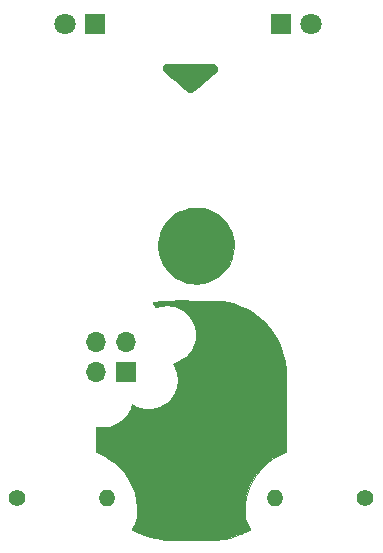
<source format=gtl>
G04 #@! TF.FileFunction,Copper,L1,Top,Signal*
%FSLAX46Y46*%
G04 Gerber Fmt 4.6, Leading zero omitted, Abs format (unit mm)*
G04 Created by KiCad (PCBNEW 4.0.7) date Thursday, July 26, 2018 'AMt' 11:31:36 AM*
%MOMM*%
%LPD*%
G01*
G04 APERTURE LIST*
%ADD10C,0.100000*%
%ADD11C,0.010000*%
%ADD12R,1.800000X1.800000*%
%ADD13C,1.800000*%
%ADD14C,1.400000*%
%ADD15O,1.400000X1.400000*%
%ADD16R,1.700000X1.700000*%
%ADD17O,1.700000X1.700000*%
G04 APERTURE END LIST*
D10*
D11*
G36*
X149089186Y-84212689D02*
X149413917Y-84212903D01*
X149694586Y-84213354D01*
X149934591Y-84214113D01*
X150137324Y-84215249D01*
X150306183Y-84216834D01*
X150444561Y-84218938D01*
X150555855Y-84221631D01*
X150643458Y-84224985D01*
X150710767Y-84229071D01*
X150761175Y-84233957D01*
X150798079Y-84239717D01*
X150824873Y-84246419D01*
X150844953Y-84254135D01*
X150850929Y-84257040D01*
X150952827Y-84334066D01*
X151021027Y-84437417D01*
X151051509Y-84555107D01*
X151040253Y-84675147D01*
X151013170Y-84740847D01*
X150984819Y-84773647D01*
X150921799Y-84835021D01*
X150828614Y-84921120D01*
X150709768Y-85028092D01*
X150569764Y-85152087D01*
X150413106Y-85289256D01*
X150244298Y-85435748D01*
X150067842Y-85587712D01*
X149888243Y-85741300D01*
X149710005Y-85892660D01*
X149537630Y-86037942D01*
X149375623Y-86173296D01*
X149228487Y-86294872D01*
X149100726Y-86398820D01*
X148996844Y-86481290D01*
X148921344Y-86538430D01*
X148878729Y-86566392D01*
X148876726Y-86567318D01*
X148756568Y-86598634D01*
X148645481Y-86589362D01*
X148598416Y-86569813D01*
X148568989Y-86547836D01*
X148504645Y-86496027D01*
X148409165Y-86417543D01*
X148286329Y-86315540D01*
X148139919Y-86193172D01*
X147973718Y-86053596D01*
X147791505Y-85899967D01*
X147597063Y-85735442D01*
X147500644Y-85653652D01*
X147266508Y-85454692D01*
X147068257Y-85285515D01*
X146902909Y-85143111D01*
X146767485Y-85024470D01*
X146659005Y-84926582D01*
X146574487Y-84846439D01*
X146510952Y-84781029D01*
X146465419Y-84727344D01*
X146434907Y-84682374D01*
X146416437Y-84643108D01*
X146407028Y-84606538D01*
X146403699Y-84569654D01*
X146403382Y-84545598D01*
X146424679Y-84455163D01*
X146480559Y-84361473D01*
X146559361Y-84282423D01*
X146587388Y-84263219D01*
X146603579Y-84254072D01*
X146622401Y-84246101D01*
X146647262Y-84239225D01*
X146681568Y-84233363D01*
X146728726Y-84228433D01*
X146792142Y-84224355D01*
X146875224Y-84221048D01*
X146981378Y-84218432D01*
X147114011Y-84216424D01*
X147276529Y-84214945D01*
X147472340Y-84213913D01*
X147704849Y-84213248D01*
X147977464Y-84212868D01*
X148293591Y-84212693D01*
X148656637Y-84212642D01*
X148717000Y-84212640D01*
X149089186Y-84212689D01*
X149089186Y-84212689D01*
G37*
X149089186Y-84212689D02*
X149413917Y-84212903D01*
X149694586Y-84213354D01*
X149934591Y-84214113D01*
X150137324Y-84215249D01*
X150306183Y-84216834D01*
X150444561Y-84218938D01*
X150555855Y-84221631D01*
X150643458Y-84224985D01*
X150710767Y-84229071D01*
X150761175Y-84233957D01*
X150798079Y-84239717D01*
X150824873Y-84246419D01*
X150844953Y-84254135D01*
X150850929Y-84257040D01*
X150952827Y-84334066D01*
X151021027Y-84437417D01*
X151051509Y-84555107D01*
X151040253Y-84675147D01*
X151013170Y-84740847D01*
X150984819Y-84773647D01*
X150921799Y-84835021D01*
X150828614Y-84921120D01*
X150709768Y-85028092D01*
X150569764Y-85152087D01*
X150413106Y-85289256D01*
X150244298Y-85435748D01*
X150067842Y-85587712D01*
X149888243Y-85741300D01*
X149710005Y-85892660D01*
X149537630Y-86037942D01*
X149375623Y-86173296D01*
X149228487Y-86294872D01*
X149100726Y-86398820D01*
X148996844Y-86481290D01*
X148921344Y-86538430D01*
X148878729Y-86566392D01*
X148876726Y-86567318D01*
X148756568Y-86598634D01*
X148645481Y-86589362D01*
X148598416Y-86569813D01*
X148568989Y-86547836D01*
X148504645Y-86496027D01*
X148409165Y-86417543D01*
X148286329Y-86315540D01*
X148139919Y-86193172D01*
X147973718Y-86053596D01*
X147791505Y-85899967D01*
X147597063Y-85735442D01*
X147500644Y-85653652D01*
X147266508Y-85454692D01*
X147068257Y-85285515D01*
X146902909Y-85143111D01*
X146767485Y-85024470D01*
X146659005Y-84926582D01*
X146574487Y-84846439D01*
X146510952Y-84781029D01*
X146465419Y-84727344D01*
X146434907Y-84682374D01*
X146416437Y-84643108D01*
X146407028Y-84606538D01*
X146403699Y-84569654D01*
X146403382Y-84545598D01*
X146424679Y-84455163D01*
X146480559Y-84361473D01*
X146559361Y-84282423D01*
X146587388Y-84263219D01*
X146603579Y-84254072D01*
X146622401Y-84246101D01*
X146647262Y-84239225D01*
X146681568Y-84233363D01*
X146728726Y-84228433D01*
X146792142Y-84224355D01*
X146875224Y-84221048D01*
X146981378Y-84218432D01*
X147114011Y-84216424D01*
X147276529Y-84214945D01*
X147472340Y-84213913D01*
X147704849Y-84213248D01*
X147977464Y-84212868D01*
X148293591Y-84212693D01*
X148656637Y-84212642D01*
X148717000Y-84212640D01*
X149089186Y-84212689D01*
G36*
X148374954Y-104223270D02*
X148826950Y-104224598D01*
X148970937Y-104225158D01*
X149360604Y-104226785D01*
X149703016Y-104228342D01*
X150001768Y-104229918D01*
X150260457Y-104231604D01*
X150482677Y-104233491D01*
X150672024Y-104235669D01*
X150832094Y-104238228D01*
X150966483Y-104241260D01*
X151078785Y-104244854D01*
X151172596Y-104249102D01*
X151251513Y-104254093D01*
X151319130Y-104259918D01*
X151379042Y-104266668D01*
X151434847Y-104274433D01*
X151490138Y-104283304D01*
X151526192Y-104289478D01*
X151952079Y-104373814D01*
X152342581Y-104474172D01*
X152711851Y-104595083D01*
X153074037Y-104741077D01*
X153369535Y-104879641D01*
X153862865Y-105149740D01*
X154317790Y-105452045D01*
X154736672Y-105788369D01*
X155121874Y-106160525D01*
X155308490Y-106367458D01*
X155663221Y-106815183D01*
X155971164Y-107280581D01*
X156233296Y-107765803D01*
X156450593Y-108272999D01*
X156624035Y-108804317D01*
X156754597Y-109361907D01*
X156805433Y-109660050D01*
X156811645Y-109704934D01*
X156817273Y-109754537D01*
X156822355Y-109811536D01*
X156826928Y-109878613D01*
X156831029Y-109958446D01*
X156834695Y-110053714D01*
X156837964Y-110167099D01*
X156840873Y-110301278D01*
X156843459Y-110458932D01*
X156845759Y-110642740D01*
X156847811Y-110855381D01*
X156849652Y-111099536D01*
X156851319Y-111377883D01*
X156852850Y-111693102D01*
X156854281Y-112047873D01*
X156855650Y-112444874D01*
X156856994Y-112886786D01*
X156858350Y-113376289D01*
X156858649Y-113489010D01*
X156867986Y-117025578D01*
X156745988Y-117071088D01*
X156620592Y-117123606D01*
X156465605Y-117197292D01*
X156293890Y-117285321D01*
X156118307Y-117380869D01*
X155951717Y-117477110D01*
X155806984Y-117567219D01*
X155790338Y-117578198D01*
X155370366Y-117886699D01*
X154985072Y-118229407D01*
X154636139Y-118603227D01*
X154325252Y-119005064D01*
X154054093Y-119431822D01*
X153824348Y-119880407D01*
X153637699Y-120347724D01*
X153495831Y-120830676D01*
X153400427Y-121326170D01*
X153353171Y-121831109D01*
X153348067Y-122067658D01*
X153349396Y-122238533D01*
X153353584Y-122370493D01*
X153361698Y-122475444D01*
X153374805Y-122565290D01*
X153393973Y-122651936D01*
X153403806Y-122689208D01*
X153466632Y-122878654D01*
X153551071Y-123075504D01*
X153648207Y-123261188D01*
X153749123Y-123417136D01*
X153760749Y-123432561D01*
X153816567Y-123511119D01*
X153839596Y-123560642D01*
X153832989Y-123588070D01*
X153831862Y-123589047D01*
X153781969Y-123621826D01*
X153695334Y-123670479D01*
X153581661Y-123730175D01*
X153450652Y-123796085D01*
X153312012Y-123863377D01*
X153175444Y-123927221D01*
X153050650Y-123982788D01*
X152988154Y-124009049D01*
X152559854Y-124168423D01*
X152138461Y-124292457D01*
X151703456Y-124386705D01*
X151429625Y-124430946D01*
X151365122Y-124439929D01*
X151302501Y-124447810D01*
X151238150Y-124454655D01*
X151168459Y-124460530D01*
X151089816Y-124465502D01*
X150998609Y-124469637D01*
X150891228Y-124473002D01*
X150764059Y-124475663D01*
X150613492Y-124477686D01*
X150435916Y-124479139D01*
X150227719Y-124480087D01*
X149985289Y-124480597D01*
X149705015Y-124480736D01*
X149383285Y-124480570D01*
X149016488Y-124480164D01*
X148772668Y-124479833D01*
X148431505Y-124479097D01*
X148102038Y-124477892D01*
X147788205Y-124476261D01*
X147493941Y-124474247D01*
X147223184Y-124471893D01*
X146979869Y-124469240D01*
X146767934Y-124466333D01*
X146591314Y-124463214D01*
X146453947Y-124459924D01*
X146359769Y-124456507D01*
X146313980Y-124453195D01*
X145797032Y-124363997D01*
X145314653Y-124246526D01*
X144857240Y-124097696D01*
X144415187Y-123914425D01*
X144021780Y-123717074D01*
X143923730Y-123663621D01*
X143843835Y-123619541D01*
X143791690Y-123590161D01*
X143776475Y-123580897D01*
X143786495Y-123558244D01*
X143819689Y-123503248D01*
X143870215Y-123425328D01*
X143906570Y-123371267D01*
X144048496Y-123129401D01*
X144155889Y-122869491D01*
X144229123Y-122588156D01*
X144268572Y-122282011D01*
X144274610Y-121947674D01*
X144247612Y-121581761D01*
X144187951Y-121180888D01*
X144163211Y-121050641D01*
X144038676Y-120552724D01*
X143867392Y-120070968D01*
X143651778Y-119608550D01*
X143394250Y-119168648D01*
X143097226Y-118754439D01*
X142763124Y-118369101D01*
X142394360Y-118015811D01*
X141993352Y-117697748D01*
X141562517Y-117418088D01*
X141284908Y-117267111D01*
X141160598Y-117205483D01*
X141040657Y-117148222D01*
X140938563Y-117101632D01*
X140867797Y-117072012D01*
X140866582Y-117071556D01*
X140745811Y-117026515D01*
X140745811Y-114892175D01*
X140803019Y-114906479D01*
X141043079Y-114949267D01*
X141308366Y-114967130D01*
X141579839Y-114960175D01*
X141838461Y-114928508D01*
X141970692Y-114899991D01*
X142310904Y-114787323D01*
X142627275Y-114631201D01*
X142916283Y-114434134D01*
X143174408Y-114198627D01*
X143398128Y-113927187D01*
X143455579Y-113842858D01*
X143544480Y-113694145D01*
X143628428Y-113531313D01*
X143701031Y-113368568D01*
X143755900Y-113220115D01*
X143784696Y-113111226D01*
X143799003Y-113050320D01*
X143812243Y-113017856D01*
X143814836Y-113016206D01*
X143841703Y-113029512D01*
X143891622Y-113062179D01*
X143900688Y-113068569D01*
X143959688Y-113104726D01*
X144047627Y-113151885D01*
X144146861Y-113200647D01*
X144160577Y-113207033D01*
X144487008Y-113330653D01*
X144822841Y-113406262D01*
X145163089Y-113434617D01*
X145502764Y-113416480D01*
X145836880Y-113352611D01*
X146160448Y-113243769D01*
X146468483Y-113090715D01*
X146755997Y-112894208D01*
X146875741Y-112793256D01*
X147082150Y-112578796D01*
X147269719Y-112326417D01*
X147431222Y-112047707D01*
X147559434Y-111754253D01*
X147601753Y-111628954D01*
X147627481Y-111541777D01*
X147646040Y-111465908D01*
X147658613Y-111390118D01*
X147666384Y-111303178D01*
X147670535Y-111193857D01*
X147672250Y-111050928D01*
X147672578Y-110956747D01*
X147669660Y-110733783D01*
X147657919Y-110548008D01*
X147634395Y-110386098D01*
X147596128Y-110234730D01*
X147540159Y-110080580D01*
X147463528Y-109910325D01*
X147420888Y-109823655D01*
X147289027Y-109560604D01*
X147468920Y-109506457D01*
X147786683Y-109384778D01*
X148087689Y-109217592D01*
X148364808Y-109009325D01*
X148540932Y-108841282D01*
X148673801Y-108695191D01*
X148778568Y-108563043D01*
X148867177Y-108427447D01*
X148951574Y-108271010D01*
X148997033Y-108177194D01*
X149125680Y-107846385D01*
X149205153Y-107505561D01*
X149235193Y-107158617D01*
X149215538Y-106809444D01*
X149145928Y-106461938D01*
X149118269Y-106368059D01*
X148999427Y-106059435D01*
X148844560Y-105778913D01*
X148648076Y-105517341D01*
X148502498Y-105360261D01*
X148243025Y-105132381D01*
X147959130Y-104946929D01*
X147646683Y-104801555D01*
X147356714Y-104708045D01*
X147246930Y-104680916D01*
X147148318Y-104662503D01*
X147045868Y-104651224D01*
X146924568Y-104645499D01*
X146769407Y-104643746D01*
X146746212Y-104643727D01*
X146586432Y-104645043D01*
X146462535Y-104650051D01*
X146359594Y-104660337D01*
X146262684Y-104677492D01*
X146156880Y-104703102D01*
X146136002Y-104708662D01*
X146027804Y-104738296D01*
X145935156Y-104764673D01*
X145871138Y-104784019D01*
X145852456Y-104790460D01*
X145824239Y-104788063D01*
X145786610Y-104756795D01*
X145734128Y-104691046D01*
X145678762Y-104611293D01*
X145611519Y-104505398D01*
X145576702Y-104435774D01*
X145573330Y-104400354D01*
X145576870Y-104396846D01*
X145616128Y-104384086D01*
X145696289Y-104366208D01*
X145807852Y-104344820D01*
X145941318Y-104321529D01*
X146087185Y-104297942D01*
X146235952Y-104275667D01*
X146378119Y-104256312D01*
X146479245Y-104244173D01*
X146556825Y-104238434D01*
X146678258Y-104233602D01*
X146844386Y-104229669D01*
X147056053Y-104226628D01*
X147314101Y-104224475D01*
X147619372Y-104223202D01*
X147972709Y-104222802D01*
X148374954Y-104223270D01*
X148374954Y-104223270D01*
G37*
X148374954Y-104223270D02*
X148826950Y-104224598D01*
X148970937Y-104225158D01*
X149360604Y-104226785D01*
X149703016Y-104228342D01*
X150001768Y-104229918D01*
X150260457Y-104231604D01*
X150482677Y-104233491D01*
X150672024Y-104235669D01*
X150832094Y-104238228D01*
X150966483Y-104241260D01*
X151078785Y-104244854D01*
X151172596Y-104249102D01*
X151251513Y-104254093D01*
X151319130Y-104259918D01*
X151379042Y-104266668D01*
X151434847Y-104274433D01*
X151490138Y-104283304D01*
X151526192Y-104289478D01*
X151952079Y-104373814D01*
X152342581Y-104474172D01*
X152711851Y-104595083D01*
X153074037Y-104741077D01*
X153369535Y-104879641D01*
X153862865Y-105149740D01*
X154317790Y-105452045D01*
X154736672Y-105788369D01*
X155121874Y-106160525D01*
X155308490Y-106367458D01*
X155663221Y-106815183D01*
X155971164Y-107280581D01*
X156233296Y-107765803D01*
X156450593Y-108272999D01*
X156624035Y-108804317D01*
X156754597Y-109361907D01*
X156805433Y-109660050D01*
X156811645Y-109704934D01*
X156817273Y-109754537D01*
X156822355Y-109811536D01*
X156826928Y-109878613D01*
X156831029Y-109958446D01*
X156834695Y-110053714D01*
X156837964Y-110167099D01*
X156840873Y-110301278D01*
X156843459Y-110458932D01*
X156845759Y-110642740D01*
X156847811Y-110855381D01*
X156849652Y-111099536D01*
X156851319Y-111377883D01*
X156852850Y-111693102D01*
X156854281Y-112047873D01*
X156855650Y-112444874D01*
X156856994Y-112886786D01*
X156858350Y-113376289D01*
X156858649Y-113489010D01*
X156867986Y-117025578D01*
X156745988Y-117071088D01*
X156620592Y-117123606D01*
X156465605Y-117197292D01*
X156293890Y-117285321D01*
X156118307Y-117380869D01*
X155951717Y-117477110D01*
X155806984Y-117567219D01*
X155790338Y-117578198D01*
X155370366Y-117886699D01*
X154985072Y-118229407D01*
X154636139Y-118603227D01*
X154325252Y-119005064D01*
X154054093Y-119431822D01*
X153824348Y-119880407D01*
X153637699Y-120347724D01*
X153495831Y-120830676D01*
X153400427Y-121326170D01*
X153353171Y-121831109D01*
X153348067Y-122067658D01*
X153349396Y-122238533D01*
X153353584Y-122370493D01*
X153361698Y-122475444D01*
X153374805Y-122565290D01*
X153393973Y-122651936D01*
X153403806Y-122689208D01*
X153466632Y-122878654D01*
X153551071Y-123075504D01*
X153648207Y-123261188D01*
X153749123Y-123417136D01*
X153760749Y-123432561D01*
X153816567Y-123511119D01*
X153839596Y-123560642D01*
X153832989Y-123588070D01*
X153831862Y-123589047D01*
X153781969Y-123621826D01*
X153695334Y-123670479D01*
X153581661Y-123730175D01*
X153450652Y-123796085D01*
X153312012Y-123863377D01*
X153175444Y-123927221D01*
X153050650Y-123982788D01*
X152988154Y-124009049D01*
X152559854Y-124168423D01*
X152138461Y-124292457D01*
X151703456Y-124386705D01*
X151429625Y-124430946D01*
X151365122Y-124439929D01*
X151302501Y-124447810D01*
X151238150Y-124454655D01*
X151168459Y-124460530D01*
X151089816Y-124465502D01*
X150998609Y-124469637D01*
X150891228Y-124473002D01*
X150764059Y-124475663D01*
X150613492Y-124477686D01*
X150435916Y-124479139D01*
X150227719Y-124480087D01*
X149985289Y-124480597D01*
X149705015Y-124480736D01*
X149383285Y-124480570D01*
X149016488Y-124480164D01*
X148772668Y-124479833D01*
X148431505Y-124479097D01*
X148102038Y-124477892D01*
X147788205Y-124476261D01*
X147493941Y-124474247D01*
X147223184Y-124471893D01*
X146979869Y-124469240D01*
X146767934Y-124466333D01*
X146591314Y-124463214D01*
X146453947Y-124459924D01*
X146359769Y-124456507D01*
X146313980Y-124453195D01*
X145797032Y-124363997D01*
X145314653Y-124246526D01*
X144857240Y-124097696D01*
X144415187Y-123914425D01*
X144021780Y-123717074D01*
X143923730Y-123663621D01*
X143843835Y-123619541D01*
X143791690Y-123590161D01*
X143776475Y-123580897D01*
X143786495Y-123558244D01*
X143819689Y-123503248D01*
X143870215Y-123425328D01*
X143906570Y-123371267D01*
X144048496Y-123129401D01*
X144155889Y-122869491D01*
X144229123Y-122588156D01*
X144268572Y-122282011D01*
X144274610Y-121947674D01*
X144247612Y-121581761D01*
X144187951Y-121180888D01*
X144163211Y-121050641D01*
X144038676Y-120552724D01*
X143867392Y-120070968D01*
X143651778Y-119608550D01*
X143394250Y-119168648D01*
X143097226Y-118754439D01*
X142763124Y-118369101D01*
X142394360Y-118015811D01*
X141993352Y-117697748D01*
X141562517Y-117418088D01*
X141284908Y-117267111D01*
X141160598Y-117205483D01*
X141040657Y-117148222D01*
X140938563Y-117101632D01*
X140867797Y-117072012D01*
X140866582Y-117071556D01*
X140745811Y-117026515D01*
X140745811Y-114892175D01*
X140803019Y-114906479D01*
X141043079Y-114949267D01*
X141308366Y-114967130D01*
X141579839Y-114960175D01*
X141838461Y-114928508D01*
X141970692Y-114899991D01*
X142310904Y-114787323D01*
X142627275Y-114631201D01*
X142916283Y-114434134D01*
X143174408Y-114198627D01*
X143398128Y-113927187D01*
X143455579Y-113842858D01*
X143544480Y-113694145D01*
X143628428Y-113531313D01*
X143701031Y-113368568D01*
X143755900Y-113220115D01*
X143784696Y-113111226D01*
X143799003Y-113050320D01*
X143812243Y-113017856D01*
X143814836Y-113016206D01*
X143841703Y-113029512D01*
X143891622Y-113062179D01*
X143900688Y-113068569D01*
X143959688Y-113104726D01*
X144047627Y-113151885D01*
X144146861Y-113200647D01*
X144160577Y-113207033D01*
X144487008Y-113330653D01*
X144822841Y-113406262D01*
X145163089Y-113434617D01*
X145502764Y-113416480D01*
X145836880Y-113352611D01*
X146160448Y-113243769D01*
X146468483Y-113090715D01*
X146755997Y-112894208D01*
X146875741Y-112793256D01*
X147082150Y-112578796D01*
X147269719Y-112326417D01*
X147431222Y-112047707D01*
X147559434Y-111754253D01*
X147601753Y-111628954D01*
X147627481Y-111541777D01*
X147646040Y-111465908D01*
X147658613Y-111390118D01*
X147666384Y-111303178D01*
X147670535Y-111193857D01*
X147672250Y-111050928D01*
X147672578Y-110956747D01*
X147669660Y-110733783D01*
X147657919Y-110548008D01*
X147634395Y-110386098D01*
X147596128Y-110234730D01*
X147540159Y-110080580D01*
X147463528Y-109910325D01*
X147420888Y-109823655D01*
X147289027Y-109560604D01*
X147468920Y-109506457D01*
X147786683Y-109384778D01*
X148087689Y-109217592D01*
X148364808Y-109009325D01*
X148540932Y-108841282D01*
X148673801Y-108695191D01*
X148778568Y-108563043D01*
X148867177Y-108427447D01*
X148951574Y-108271010D01*
X148997033Y-108177194D01*
X149125680Y-107846385D01*
X149205153Y-107505561D01*
X149235193Y-107158617D01*
X149215538Y-106809444D01*
X149145928Y-106461938D01*
X149118269Y-106368059D01*
X148999427Y-106059435D01*
X148844560Y-105778913D01*
X148648076Y-105517341D01*
X148502498Y-105360261D01*
X148243025Y-105132381D01*
X147959130Y-104946929D01*
X147646683Y-104801555D01*
X147356714Y-104708045D01*
X147246930Y-104680916D01*
X147148318Y-104662503D01*
X147045868Y-104651224D01*
X146924568Y-104645499D01*
X146769407Y-104643746D01*
X146746212Y-104643727D01*
X146586432Y-104645043D01*
X146462535Y-104650051D01*
X146359594Y-104660337D01*
X146262684Y-104677492D01*
X146156880Y-104703102D01*
X146136002Y-104708662D01*
X146027804Y-104738296D01*
X145935156Y-104764673D01*
X145871138Y-104784019D01*
X145852456Y-104790460D01*
X145824239Y-104788063D01*
X145786610Y-104756795D01*
X145734128Y-104691046D01*
X145678762Y-104611293D01*
X145611519Y-104505398D01*
X145576702Y-104435774D01*
X145573330Y-104400354D01*
X145576870Y-104396846D01*
X145616128Y-104384086D01*
X145696289Y-104366208D01*
X145807852Y-104344820D01*
X145941318Y-104321529D01*
X146087185Y-104297942D01*
X146235952Y-104275667D01*
X146378119Y-104256312D01*
X146479245Y-104244173D01*
X146556825Y-104238434D01*
X146678258Y-104233602D01*
X146844386Y-104229669D01*
X147056053Y-104226628D01*
X147314101Y-104224475D01*
X147619372Y-104223202D01*
X147972709Y-104222802D01*
X148374954Y-104223270D01*
G36*
X149828024Y-96423773D02*
X150139400Y-96494634D01*
X150292948Y-96546179D01*
X150472499Y-96621051D01*
X150663504Y-96711981D01*
X150851410Y-96811702D01*
X151021669Y-96912944D01*
X151143726Y-96996317D01*
X151300607Y-97124276D01*
X151465985Y-97278096D01*
X151627402Y-97444832D01*
X151772400Y-97611540D01*
X151888519Y-97765274D01*
X151899473Y-97781559D01*
X152104688Y-98135937D01*
X152262422Y-98506468D01*
X152372177Y-98889988D01*
X152433458Y-99283330D01*
X152445767Y-99683331D01*
X152408606Y-100086824D01*
X152323765Y-100482400D01*
X152271781Y-100637194D01*
X152196359Y-100817800D01*
X152104825Y-101009602D01*
X152004503Y-101197987D01*
X151902719Y-101368340D01*
X151818142Y-101491215D01*
X151690979Y-101645856D01*
X151538246Y-101809351D01*
X151372797Y-101969364D01*
X151207487Y-102113559D01*
X151055171Y-102229601D01*
X151032953Y-102244673D01*
X150878288Y-102338922D01*
X150698203Y-102434979D01*
X150508644Y-102525323D01*
X150325556Y-102602431D01*
X150164886Y-102658782D01*
X150139400Y-102666189D01*
X149899647Y-102721635D01*
X149639176Y-102762034D01*
X149374420Y-102785943D01*
X149121813Y-102791917D01*
X148897786Y-102778514D01*
X148882100Y-102776625D01*
X148478327Y-102701186D01*
X148093326Y-102579194D01*
X147729627Y-102411908D01*
X147389754Y-102200581D01*
X147076236Y-101946471D01*
X146935307Y-101809108D01*
X146753944Y-101609800D01*
X146603893Y-101415905D01*
X146472897Y-101209724D01*
X146348703Y-100973558D01*
X146330325Y-100935340D01*
X146183527Y-100569013D01*
X146084493Y-100190229D01*
X146033223Y-99803828D01*
X146029716Y-99414651D01*
X146073974Y-99027539D01*
X146165996Y-98647334D01*
X146305781Y-98278875D01*
X146330325Y-98226059D01*
X146454552Y-97984008D01*
X146583784Y-97774537D01*
X146730274Y-97579948D01*
X146906278Y-97382541D01*
X146935307Y-97352291D01*
X147233712Y-97079074D01*
X147557051Y-96848916D01*
X147901882Y-96662738D01*
X148264765Y-96521460D01*
X148642262Y-96426004D01*
X149030930Y-96377290D01*
X149427331Y-96376240D01*
X149828024Y-96423773D01*
X149828024Y-96423773D01*
G37*
X149828024Y-96423773D02*
X150139400Y-96494634D01*
X150292948Y-96546179D01*
X150472499Y-96621051D01*
X150663504Y-96711981D01*
X150851410Y-96811702D01*
X151021669Y-96912944D01*
X151143726Y-96996317D01*
X151300607Y-97124276D01*
X151465985Y-97278096D01*
X151627402Y-97444832D01*
X151772400Y-97611540D01*
X151888519Y-97765274D01*
X151899473Y-97781559D01*
X152104688Y-98135937D01*
X152262422Y-98506468D01*
X152372177Y-98889988D01*
X152433458Y-99283330D01*
X152445767Y-99683331D01*
X152408606Y-100086824D01*
X152323765Y-100482400D01*
X152271781Y-100637194D01*
X152196359Y-100817800D01*
X152104825Y-101009602D01*
X152004503Y-101197987D01*
X151902719Y-101368340D01*
X151818142Y-101491215D01*
X151690979Y-101645856D01*
X151538246Y-101809351D01*
X151372797Y-101969364D01*
X151207487Y-102113559D01*
X151055171Y-102229601D01*
X151032953Y-102244673D01*
X150878288Y-102338922D01*
X150698203Y-102434979D01*
X150508644Y-102525323D01*
X150325556Y-102602431D01*
X150164886Y-102658782D01*
X150139400Y-102666189D01*
X149899647Y-102721635D01*
X149639176Y-102762034D01*
X149374420Y-102785943D01*
X149121813Y-102791917D01*
X148897786Y-102778514D01*
X148882100Y-102776625D01*
X148478327Y-102701186D01*
X148093326Y-102579194D01*
X147729627Y-102411908D01*
X147389754Y-102200581D01*
X147076236Y-101946471D01*
X146935307Y-101809108D01*
X146753944Y-101609800D01*
X146603893Y-101415905D01*
X146472897Y-101209724D01*
X146348703Y-100973558D01*
X146330325Y-100935340D01*
X146183527Y-100569013D01*
X146084493Y-100190229D01*
X146033223Y-99803828D01*
X146029716Y-99414651D01*
X146073974Y-99027539D01*
X146165996Y-98647334D01*
X146305781Y-98278875D01*
X146330325Y-98226059D01*
X146454552Y-97984008D01*
X146583784Y-97774537D01*
X146730274Y-97579948D01*
X146906278Y-97382541D01*
X146935307Y-97352291D01*
X147233712Y-97079074D01*
X147557051Y-96848916D01*
X147901882Y-96662738D01*
X148264765Y-96521460D01*
X148642262Y-96426004D01*
X149030930Y-96377290D01*
X149427331Y-96376240D01*
X149828024Y-96423773D01*
D12*
X156464000Y-80772000D03*
D13*
X159004000Y-80772000D03*
D12*
X140716000Y-80772000D03*
D13*
X138176000Y-80772000D03*
D14*
X134112000Y-120904000D03*
D15*
X141732000Y-120904000D03*
D16*
X143319500Y-110299500D03*
D17*
X143319500Y-107759500D03*
X140779500Y-110299500D03*
X140779500Y-107759500D03*
D14*
X163576000Y-120904000D03*
D15*
X155956000Y-120904000D03*
M02*

</source>
